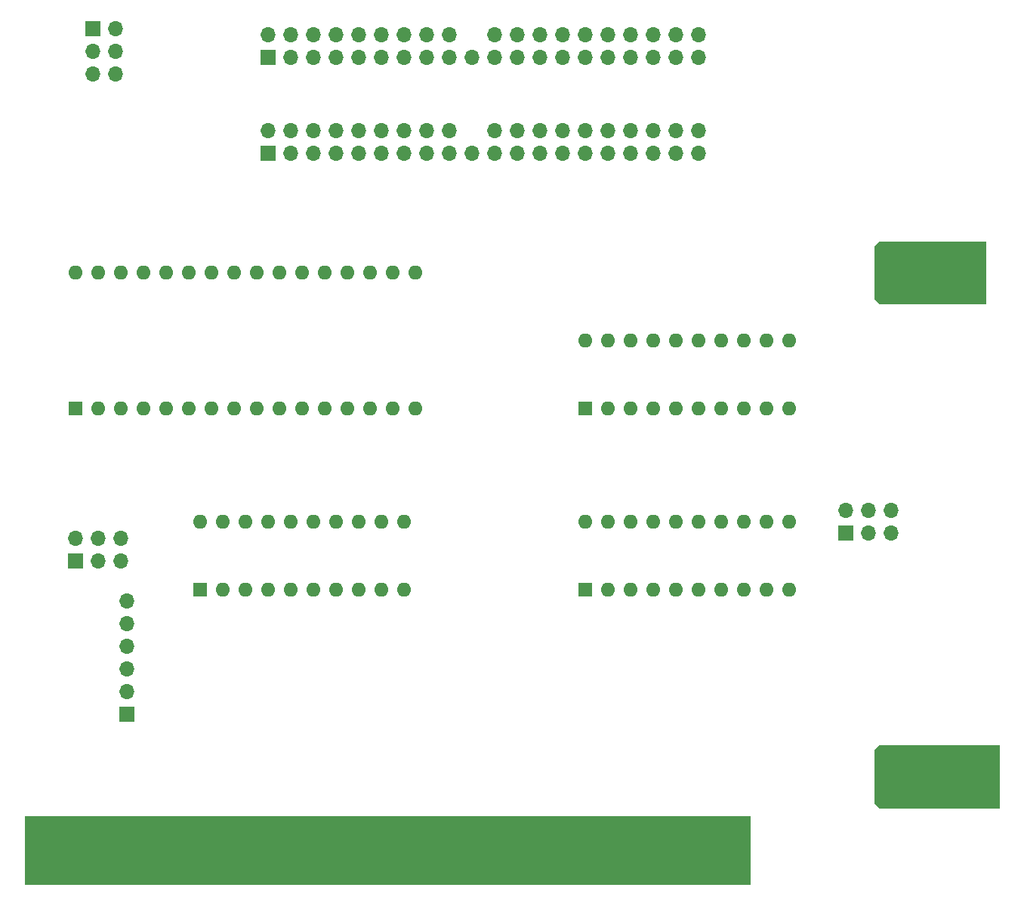
<source format=gbs>
%TF.GenerationSoftware,KiCad,Pcbnew,(5.1.9)-1*%
%TF.CreationDate,2021-09-28T21:55:09+08:00*%
%TF.ProjectId,XTA-Interface,5854412d-496e-4746-9572-666163652e6b,rev?*%
%TF.SameCoordinates,Original*%
%TF.FileFunction,Soldermask,Bot*%
%TF.FilePolarity,Negative*%
%FSLAX46Y46*%
G04 Gerber Fmt 4.6, Leading zero omitted, Abs format (unit mm)*
G04 Created by KiCad (PCBNEW (5.1.9)-1) date 2021-09-28 21:55:09*
%MOMM*%
%LPD*%
G01*
G04 APERTURE LIST*
%ADD10C,0.100000*%
%ADD11C,4.000000*%
%ADD12O,1.700000X1.700000*%
%ADD13R,1.700000X1.700000*%
%ADD14O,1.600000X1.600000*%
%ADD15R,1.600000X1.600000*%
%ADD16R,1.780000X7.620000*%
G04 APERTURE END LIST*
D10*
G36*
X177800000Y-142240000D02*
G01*
X96520000Y-142240000D01*
X96520000Y-134620000D01*
X177800000Y-134620000D01*
X177800000Y-142240000D01*
G37*
X177800000Y-142240000D02*
X96520000Y-142240000D01*
X96520000Y-134620000D01*
X177800000Y-134620000D01*
X177800000Y-142240000D01*
%TO.C,H4*%
G36*
X205763000Y-133690000D02*
G01*
X192263000Y-133690000D01*
X191763000Y-133190000D01*
X191763000Y-127190000D01*
X192263000Y-126690000D01*
X205763000Y-126690000D01*
X205763000Y-133690000D01*
G37*
X205763000Y-133690000D02*
X192263000Y-133690000D01*
X191763000Y-133190000D01*
X191763000Y-127190000D01*
X192263000Y-126690000D01*
X205763000Y-126690000D01*
X205763000Y-133690000D01*
%TO.C,H2*%
G36*
X204263000Y-77170000D02*
G01*
X192263000Y-77170000D01*
X191763000Y-76670000D01*
X191763000Y-70670000D01*
X192263000Y-70170000D01*
X204263000Y-70170000D01*
X204263000Y-77170000D01*
G37*
X204263000Y-77170000D02*
X192263000Y-77170000D01*
X191763000Y-76670000D01*
X191763000Y-70670000D01*
X192263000Y-70170000D01*
X204263000Y-70170000D01*
X204263000Y-77170000D01*
%TD*%
D11*
%TO.C,H4*%
X195763000Y-130190000D03*
%TD*%
%TO.C,H2*%
X195763000Y-73670000D03*
%TD*%
D12*
%TO.C,CN4*%
X107950000Y-110490000D03*
X107950000Y-113030000D03*
X107950000Y-115570000D03*
X107950000Y-118110000D03*
X107950000Y-120650000D03*
D13*
X107950000Y-123190000D03*
%TD*%
D14*
%TO.C,U2*%
X159385000Y-81280000D03*
X182245000Y-88900000D03*
X161925000Y-81280000D03*
X179705000Y-88900000D03*
X164465000Y-81280000D03*
X177165000Y-88900000D03*
X167005000Y-81280000D03*
X174625000Y-88900000D03*
X169545000Y-81280000D03*
X172085000Y-88900000D03*
X172085000Y-81280000D03*
X169545000Y-88900000D03*
X174625000Y-81280000D03*
X167005000Y-88900000D03*
X177165000Y-81280000D03*
X164465000Y-88900000D03*
X179705000Y-81280000D03*
X161925000Y-88900000D03*
X182245000Y-81280000D03*
D15*
X159385000Y-88900000D03*
%TD*%
D14*
%TO.C,U4*%
X159385000Y-101600000D03*
X182245000Y-109220000D03*
X161925000Y-101600000D03*
X179705000Y-109220000D03*
X164465000Y-101600000D03*
X177165000Y-109220000D03*
X167005000Y-101600000D03*
X174625000Y-109220000D03*
X169545000Y-101600000D03*
X172085000Y-109220000D03*
X172085000Y-101600000D03*
X169545000Y-109220000D03*
X174625000Y-101600000D03*
X167005000Y-109220000D03*
X177165000Y-101600000D03*
X164465000Y-109220000D03*
X179705000Y-101600000D03*
X161925000Y-109220000D03*
X182245000Y-101600000D03*
D15*
X159385000Y-109220000D03*
%TD*%
D14*
%TO.C,U3*%
X116205000Y-101600000D03*
X139065000Y-109220000D03*
X118745000Y-101600000D03*
X136525000Y-109220000D03*
X121285000Y-101600000D03*
X133985000Y-109220000D03*
X123825000Y-101600000D03*
X131445000Y-109220000D03*
X126365000Y-101600000D03*
X128905000Y-109220000D03*
X128905000Y-101600000D03*
X126365000Y-109220000D03*
X131445000Y-101600000D03*
X123825000Y-109220000D03*
X133985000Y-101600000D03*
X121285000Y-109220000D03*
X136525000Y-101600000D03*
X118745000Y-109220000D03*
X139065000Y-101600000D03*
D15*
X116205000Y-109220000D03*
%TD*%
D14*
%TO.C,U1*%
X102235000Y-73660000D03*
X140335000Y-88900000D03*
X104775000Y-73660000D03*
X137795000Y-88900000D03*
X107315000Y-73660000D03*
X135255000Y-88900000D03*
X109855000Y-73660000D03*
X132715000Y-88900000D03*
X112395000Y-73660000D03*
X130175000Y-88900000D03*
X114935000Y-73660000D03*
X127635000Y-88900000D03*
X117475000Y-73660000D03*
X125095000Y-88900000D03*
X120015000Y-73660000D03*
X122555000Y-88900000D03*
X122555000Y-73660000D03*
X120015000Y-88900000D03*
X125095000Y-73660000D03*
X117475000Y-88900000D03*
X127635000Y-73660000D03*
X114935000Y-88900000D03*
X130175000Y-73660000D03*
X112395000Y-88900000D03*
X132715000Y-73660000D03*
X109855000Y-88900000D03*
X135255000Y-73660000D03*
X107315000Y-88900000D03*
X137795000Y-73660000D03*
X104775000Y-88900000D03*
X140335000Y-73660000D03*
D15*
X102235000Y-88900000D03*
%TD*%
D12*
%TO.C,JP2*%
X193675000Y-100330000D03*
X193675000Y-102870000D03*
X191135000Y-100330000D03*
X191135000Y-102870000D03*
X188595000Y-100330000D03*
D13*
X188595000Y-102870000D03*
%TD*%
D12*
%TO.C,JP1*%
X107315000Y-103505000D03*
X107315000Y-106045000D03*
X104775000Y-103505000D03*
X104775000Y-106045000D03*
X102235000Y-103505000D03*
D13*
X102235000Y-106045000D03*
%TD*%
D12*
%TO.C,CN3*%
X106680000Y-51435000D03*
X104140000Y-51435000D03*
X106680000Y-48895000D03*
X104140000Y-48895000D03*
X106680000Y-46355000D03*
D13*
X104140000Y-46355000D03*
%TD*%
D12*
%TO.C,CN2*%
X172085000Y-57785000D03*
X172085000Y-60325000D03*
X169545000Y-57785000D03*
X169545000Y-60325000D03*
X167005000Y-57785000D03*
X167005000Y-60325000D03*
X164465000Y-57785000D03*
X164465000Y-60325000D03*
X161925000Y-57785000D03*
X161925000Y-60325000D03*
X159385000Y-57785000D03*
X159385000Y-60325000D03*
X156845000Y-57785000D03*
X156845000Y-60325000D03*
X154305000Y-57785000D03*
X154305000Y-60325000D03*
X151765000Y-57785000D03*
X151765000Y-60325000D03*
X149225000Y-57785000D03*
X149225000Y-60325000D03*
X146685000Y-60325000D03*
X144145000Y-57785000D03*
X144145000Y-60325000D03*
X141605000Y-57785000D03*
X141605000Y-60325000D03*
X139065000Y-57785000D03*
X139065000Y-60325000D03*
X136525000Y-57785000D03*
X136525000Y-60325000D03*
X133985000Y-57785000D03*
X133985000Y-60325000D03*
X131445000Y-57785000D03*
X131445000Y-60325000D03*
X128905000Y-57785000D03*
X128905000Y-60325000D03*
X126365000Y-57785000D03*
X126365000Y-60325000D03*
X123825000Y-57785000D03*
D13*
X123825000Y-60325000D03*
%TD*%
D12*
%TO.C,CN1*%
X172085000Y-46990000D03*
X172085000Y-49530000D03*
X169545000Y-46990000D03*
X169545000Y-49530000D03*
X167005000Y-46990000D03*
X167005000Y-49530000D03*
X164465000Y-46990000D03*
X164465000Y-49530000D03*
X161925000Y-46990000D03*
X161925000Y-49530000D03*
X159385000Y-46990000D03*
X159385000Y-49530000D03*
X156845000Y-46990000D03*
X156845000Y-49530000D03*
X154305000Y-46990000D03*
X154305000Y-49530000D03*
X151765000Y-46990000D03*
X151765000Y-49530000D03*
X149225000Y-46990000D03*
X149225000Y-49530000D03*
X146685000Y-49530000D03*
X144145000Y-46990000D03*
X144145000Y-49530000D03*
X141605000Y-46990000D03*
X141605000Y-49530000D03*
X139065000Y-46990000D03*
X139065000Y-49530000D03*
X136525000Y-46990000D03*
X136525000Y-49530000D03*
X133985000Y-46990000D03*
X133985000Y-49530000D03*
X131445000Y-46990000D03*
X131445000Y-49530000D03*
X128905000Y-46990000D03*
X128905000Y-49530000D03*
X126365000Y-46990000D03*
X126365000Y-49530000D03*
X123825000Y-46990000D03*
D13*
X123825000Y-49530000D03*
%TD*%
D16*
%TO.C,J3*%
X99060000Y-138430000D03*
X101600000Y-138430000D03*
X104140000Y-138430000D03*
X106680000Y-138430000D03*
X109220000Y-138430000D03*
X111760000Y-138430000D03*
X114300000Y-138430000D03*
X116840000Y-138430000D03*
X119380000Y-138430000D03*
X121920000Y-138430000D03*
X124460000Y-138430000D03*
X127000000Y-138430000D03*
X129540000Y-138430000D03*
X132080000Y-138430000D03*
X134620000Y-138430000D03*
X137160000Y-138430000D03*
X139700000Y-138430000D03*
X142240000Y-138430000D03*
X144780000Y-138430000D03*
X147320000Y-138430000D03*
X149860000Y-138430000D03*
X152400000Y-138430000D03*
X154940000Y-138430000D03*
X157480000Y-138430000D03*
X160020000Y-138430000D03*
X162560000Y-138430000D03*
X165100000Y-138430000D03*
X167640000Y-138430000D03*
X170180000Y-138430000D03*
X172720000Y-138430000D03*
X175260000Y-138430000D03*
%TD*%
M02*

</source>
